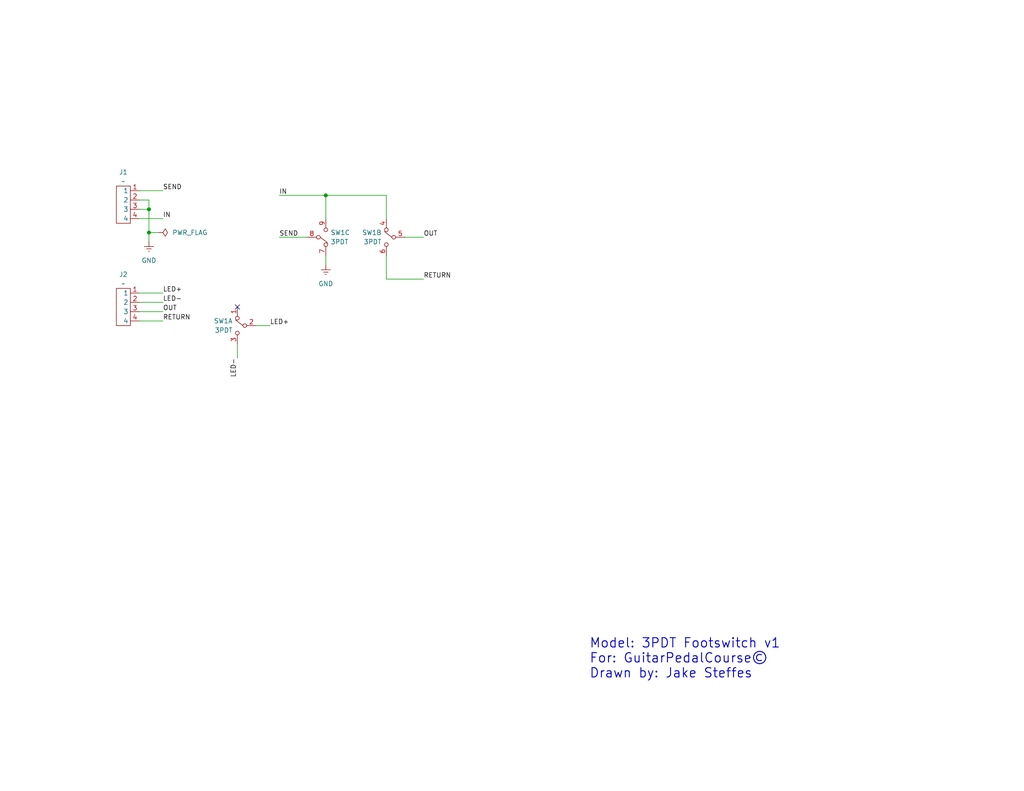
<source format=kicad_sch>
(kicad_sch (version 20250114) (generator "eeschema") (generator_version "9.0")
  (paper "A")
  (lib_symbols
    (symbol "Wampler:3PDT" (pin_names (offset 0) (hide yes))
      (property "Reference" "SW" (at -5.08 5.334 0))
      (property "Value" "3PDT" (at -5.842 3.048 0))
      (symbol "3PDT_0_0"
        (circle (center -2.032 0) (radius 0.508))
        (polyline (pts (xy -1.4948 -0.0125) (xy 0.4725 -1.5199)))
        (circle (center 0 2.032) (radius 0.508))
        (circle (center 0 -2.032) (radius 0.508))
      )
      (symbol "3PDT_1_1"
        (pin passive line (at -5.08 0 0) (length 2.54) (name "2") (number "2"))
        (pin passive line (at 0 5.08 270) (length 2.54) (name "3") (number "3"))
        (pin passive line (at 0 -5.08 90) (length 2.54) (name "1") (number "1"))
      )
      (symbol "3PDT_2_1"
        (pin passive line (at -5.08 0 0) (length 2.54) (name "5") (number "5"))
        (pin passive line (at 0 5.08 270) (length 2.54) (name "6") (number "6"))
        (pin passive line (at 0 -5.08 90) (length 2.54) (name "4") (number "4"))
      )
      (symbol "3PDT_3_1"
        (pin passive line (at -5.08 0 0) (length 2.54) (name "8") (number "8"))
        (pin passive line (at 0 5.08 270) (length 2.54) (name "9") (number "9"))
        (pin passive line (at 0 -5.08 90) (length 2.54) (name "7") (number "7"))
      )
    )
    (symbol "Wampler:CONNECTOR_4"
      (property "Reference" "J" (at 0 0 0))
      (symbol "CONNECTOR_4_0_1"
        (rectangle (start 0 0) (end 3.81 -10.16))
      )
      (symbol "CONNECTOR_4_1_1"
        (pin passive line (at 6.35 -1.27 180) (length 2.54) (name "1") (number "1"))
        (pin passive line (at 6.35 -3.81 180) (length 2.54) (name "2") (number "2"))
        (pin passive line (at 6.35 -6.35 180) (length 2.54) (name "3") (number "3"))
        (pin passive line (at 6.35 -8.89 180) (length 2.54) (name "4") (number "4"))
      )
    )
    (symbol "Wampler:GND" (power) (pin_numbers (hide yes)) (pin_names (offset 0) (hide yes))
      (property "Value" "GND" (at 0 -3.81 0))
      (symbol "GND_0_1"
        (polyline (pts (xy -0.635 -1.905) (xy 0.635 -1.905)))
        (polyline (pts (xy -0.127 -2.54) (xy 0.127 -2.54)))
        (polyline (pts (xy 0 -1.27) (xy 0 0)))
        (polyline (pts (xy 1.27 -1.27) (xy -1.27 -1.27)))
      )
      (symbol "GND_1_1"
        (pin power_in line (at 0 0 270) (length 0) (name "~") (number "1"))
      )
    )
    (symbol "power:PWR_FLAG" (power) (pin_numbers (hide yes)) (pin_names (offset 0) (hide yes))
      (property "Value" "PWR_FLAG" (at 0 3.81 0))
      (symbol "PWR_FLAG_0_0"
        (pin power_out line (at 0 0 90) (length 0) (name "~") (number "1"))
      )
      (symbol "PWR_FLAG_0_1"
        (polyline (pts (xy 0 0) (xy 0 1.27) (xy -1.016 1.905) (xy 0 2.54) (xy 1.016 1.905) (xy 0 1.27)))
      )
    )
  )
  (text "Model: 3PDT Footswitch v1\nFor: GuitarPedalCourse©\nDrawn by: Jake Steffes" (at 160.782 174.244 0) (effects (font (size 2.54 2.54) (thickness 0.254) (bold yes)) (justify left top)))
  (junction (at 40.64 57.15))
  (junction (at 40.64 63.5))
  (junction (at 88.9 53.34))
  (no_connect (at 64.77 83.82))
  (wire (pts (xy 76.2 53.34) (xy 88.9 53.34)))
  (wire (pts (xy 40.64 54.61) (xy 40.64 57.15)))
  (wire (pts (xy 43.18 63.5) (xy 40.64 63.5)))
  (wire (pts (xy 88.9 53.34) (xy 88.9 59.69)))
  (wire (pts (xy 40.64 57.15) (xy 40.64 63.5)))
  (wire (pts (xy 38.1 54.61) (xy 40.64 54.61)))
  (wire (pts (xy 110.49 64.77) (xy 115.57 64.77)))
  (wire (pts (xy 38.1 59.69) (xy 44.45 59.69)))
  (wire (pts (xy 88.9 53.34) (xy 105.41 53.34)))
  (wire (pts (xy 88.9 72.39) (xy 88.9 69.85)))
  (wire (pts (xy 38.1 52.07) (xy 44.45 52.07)))
  (wire (pts (xy 38.1 80.01) (xy 44.45 80.01)))
  (wire (pts (xy 69.85 88.9) (xy 73.66 88.9)))
  (wire (pts (xy 38.1 57.15) (xy 40.64 57.15)))
  (wire (pts (xy 38.1 87.63) (xy 44.45 87.63)))
  (wire (pts (xy 105.41 59.69) (xy 105.41 53.34)))
  (wire (pts (xy 38.1 82.55) (xy 44.45 82.55)))
  (wire (pts (xy 64.77 93.98) (xy 64.77 97.79)))
  (wire (pts (xy 40.64 63.5) (xy 40.64 66.04)))
  (wire (pts (xy 105.41 69.85) (xy 105.41 76.2)))
  (wire (pts (xy 38.1 85.09) (xy 44.45 85.09)))
  (wire (pts (xy 105.41 76.2) (xy 115.57 76.2)))
  (wire (pts (xy 76.2 64.77) (xy 83.82 64.77)))
  (label "RETURN" (at 44.45 87.63 0))
  (label "RETURN" (at 115.57 76.2 0))
  (label "LED+" (at 44.45 80.01 0))
  (label "OUT" (at 115.57 64.77 0))
  (label "LED-" (at 44.45 82.55 0))
  (label "IN" (at 44.45 59.69 0))
  (label "OUT" (at 44.45 85.09 0))
  (label "IN" (at 76.2 53.34 0))
  (label "LED-" (at 64.77 97.79 270))
  (label "SEND" (at 76.2 64.77 0))
  (label "LED+" (at 73.66 88.9 0))
  (label "SEND" (at 44.45 52.07 0))
  (symbol (lib_id "power:PWR_FLAG") (at 43.18 63.5 270) (unit 1)
    (property "Reference" "#FLG01" (effects (hide yes)))
    (property "Value" "PWR_FLAG" (at 46.99 63.4999 90) (effects (justify left)))
    (property "Description" "Special symbol for telling ERC where power comes from" (effects (hide yes)))
  )
  (symbol (lib_id "Wampler:3PDT") (at 105.41 64.77 180) (unit 2)
    (property "Reference" "SW1" (at 104.14 63.4999 0) (effects (justify left)))
    (property "Value" "3PDT" (at 104.14 66.0399 0) (effects (justify left)))
    (property "Footprint" "Wampler:SW_FOOT_3PDT" (effects (hide yes)))
  )
  (symbol (lib_id "Wampler:3PDT") (at 64.77 88.9 180) (unit 1)
    (property "Reference" "SW1" (at 63.5 87.6299 0) (effects (justify left)))
    (property "Value" "3PDT" (at 63.5 90.1699 0) (effects (justify left)))
    (property "Footprint" "Wampler:SW_FOOT_3PDT" (effects (hide yes)))
  )
  (symbol (lib_id "Wampler:GND") (at 88.9 72.39 0) (unit 1)
    (property "Reference" "#PWR03" (effects (hide yes)))
    (property "Value" "GND" (at 88.9 77.47 0))
    (property "Description" "Power symbol creates a global label with name \"GND\"" (effects (hide yes)))
  )
  (symbol (lib_id "Wampler:CONNECTOR_4") (at 31.75 78.74 0) (unit 1)
    (property "Reference" "J2" (at 33.655 74.93 0))
    (property "Value" "~" (at 33.655 77.47 0))
    (property "Footprint" "Wampler:CONNECTOR_4" (effects (hide yes)))
  )
  (symbol (lib_id "Wampler:GND") (at 40.64 66.04 0) (unit 1)
    (property "Reference" "#PWR01" (effects (hide yes)))
    (property "Value" "GND" (at 40.64 71.12 0))
    (property "Description" "Power symbol creates a global label with name \"GND\"" (effects (hide yes)))
  )
  (symbol (lib_id "Wampler:3PDT") (at 88.9 64.77 0) (unit 3)
    (property "Reference" "SW1" (at 90.17 63.4999 0) (effects (justify left)))
    (property "Value" "3PDT" (at 90.17 66.0399 0) (effects (justify left)))
    (property "Footprint" "Wampler:SW_FOOT_3PDT" (effects (hide yes)))
  )
  (symbol (lib_id "Wampler:CONNECTOR_4") (at 31.75 50.8 0) (unit 1)
    (property "Reference" "J1" (at 33.655 46.99 0))
    (property "Value" "~" (at 33.655 49.53 0))
    (property "Footprint" "Wampler:CONNECTOR_4" (effects (hide yes)))
  )
)
</source>
